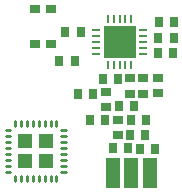
<source format=gtp>
G75*
%MOIN*%
%OFA0B0*%
%FSLAX25Y25*%
%IPPOS*%
%LPD*%
%AMOC8*
5,1,8,0,0,1.08239X$1,22.5*
%
%ADD10R,0.10630X0.10630*%
%ADD11R,0.02756X0.00984*%
%ADD12R,0.00984X0.02756*%
%ADD13R,0.03543X0.02756*%
%ADD14R,0.02756X0.03543*%
%ADD15R,0.03425X0.03071*%
%ADD16R,0.05000X0.10000*%
%ADD17C,0.00886*%
%ADD18R,0.04921X0.04921*%
D10*
X0047398Y0065262D03*
D11*
X0039642Y0065262D03*
X0039642Y0067230D03*
X0039642Y0069199D03*
X0039642Y0063293D03*
X0039642Y0061325D03*
X0055154Y0061325D03*
X0055154Y0063293D03*
X0055154Y0065262D03*
X0055154Y0067230D03*
X0055154Y0069199D03*
D12*
X0051335Y0073018D03*
X0049367Y0073018D03*
X0047398Y0073018D03*
X0045430Y0073018D03*
X0043461Y0073018D03*
X0043461Y0057506D03*
X0045430Y0057506D03*
X0047398Y0057506D03*
X0049367Y0057506D03*
X0051335Y0057506D03*
D13*
X0050723Y0053170D03*
X0055316Y0053166D03*
X0060149Y0053186D03*
X0060149Y0048068D03*
X0055316Y0048047D03*
X0050723Y0048052D03*
X0042952Y0048540D03*
X0042952Y0043422D03*
X0046776Y0039280D03*
X0046776Y0034162D03*
D14*
X0045184Y0029851D03*
X0050302Y0029851D03*
X0054073Y0029661D03*
X0056041Y0034234D03*
X0059191Y0029661D03*
X0050923Y0034234D03*
X0051095Y0039132D03*
X0052302Y0043893D03*
X0047184Y0043893D03*
X0042580Y0039157D03*
X0037462Y0039157D03*
X0038588Y0047930D03*
X0033470Y0047930D03*
X0041799Y0052830D03*
X0046917Y0052830D03*
X0060105Y0061453D03*
X0060280Y0066508D03*
X0065398Y0066508D03*
X0065223Y0061453D03*
X0065536Y0072016D03*
X0060418Y0072016D03*
X0034472Y0068455D03*
X0029354Y0068455D03*
X0027320Y0058860D03*
X0032438Y0058860D03*
X0056213Y0039132D03*
D15*
X0024505Y0064406D03*
X0019150Y0064406D03*
X0019150Y0076335D03*
X0024505Y0076335D03*
D16*
X0045095Y0021433D03*
X0051345Y0021433D03*
X0057595Y0021433D03*
D17*
X0012593Y0020444D02*
X0012593Y0018869D01*
X0014561Y0018869D02*
X0014561Y0020444D01*
X0016530Y0020444D02*
X0016530Y0018869D01*
X0018498Y0018869D02*
X0018498Y0020444D01*
X0020467Y0020444D02*
X0020467Y0018869D01*
X0022435Y0018869D02*
X0022435Y0020444D01*
X0024404Y0020444D02*
X0024404Y0018869D01*
X0026372Y0018869D02*
X0026372Y0020444D01*
X0027947Y0022018D02*
X0029522Y0022018D01*
X0029522Y0023987D02*
X0027947Y0023987D01*
X0027947Y0025955D02*
X0029522Y0025955D01*
X0029522Y0027924D02*
X0027947Y0027924D01*
X0027947Y0029892D02*
X0029522Y0029892D01*
X0029522Y0031861D02*
X0027947Y0031861D01*
X0027947Y0033829D02*
X0029522Y0033829D01*
X0029522Y0035798D02*
X0027947Y0035798D01*
X0026372Y0037373D02*
X0026372Y0038947D01*
X0024404Y0038947D02*
X0024404Y0037373D01*
X0022435Y0037373D02*
X0022435Y0038947D01*
X0020467Y0038947D02*
X0020467Y0037373D01*
X0018498Y0037373D02*
X0018498Y0038947D01*
X0016530Y0038947D02*
X0016530Y0037373D01*
X0014561Y0037373D02*
X0014561Y0038947D01*
X0012593Y0038947D02*
X0012593Y0037373D01*
X0011018Y0035798D02*
X0009443Y0035798D01*
X0009443Y0033829D02*
X0011018Y0033829D01*
X0011018Y0031861D02*
X0009443Y0031861D01*
X0009443Y0029892D02*
X0011018Y0029892D01*
X0011018Y0027924D02*
X0009443Y0027924D01*
X0009443Y0025955D02*
X0011018Y0025955D01*
X0011018Y0023987D02*
X0009443Y0023987D01*
X0009443Y0022018D02*
X0011018Y0022018D01*
D18*
X0016038Y0025463D03*
X0022928Y0025463D03*
X0022928Y0032353D03*
X0016038Y0032353D03*
M02*

</source>
